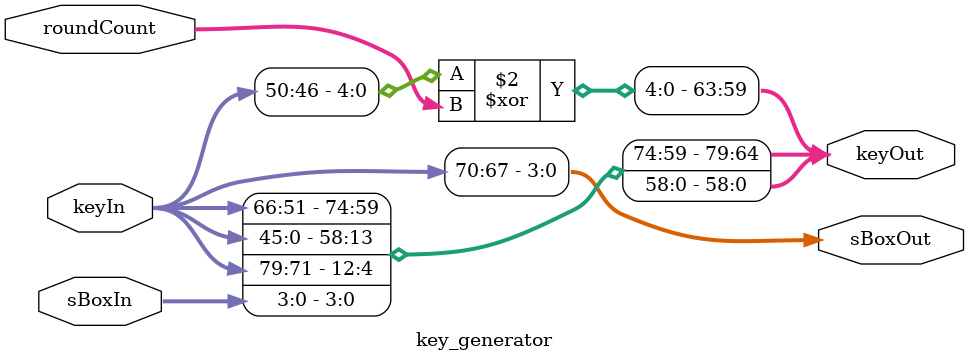
<source format=v>
module key_generator(keyOut,sBoxOut,keyIn,sBoxIn,roundCount);
output reg [79:0]keyOut;
output reg [3:0]sBoxOut;
input [79:0]keyIn;
input [3:0]sBoxIn;
input [4:0]roundCount;

always @(*)
begin
keyOut[79:0]={keyIn[66:0],keyIn[79:67]};
sBoxOut=keyOut[3:0];
keyOut[3:0]=sBoxIn;
keyOut[63:59]=keyOut[63:59]^roundCount;
end

endmodule

</source>
